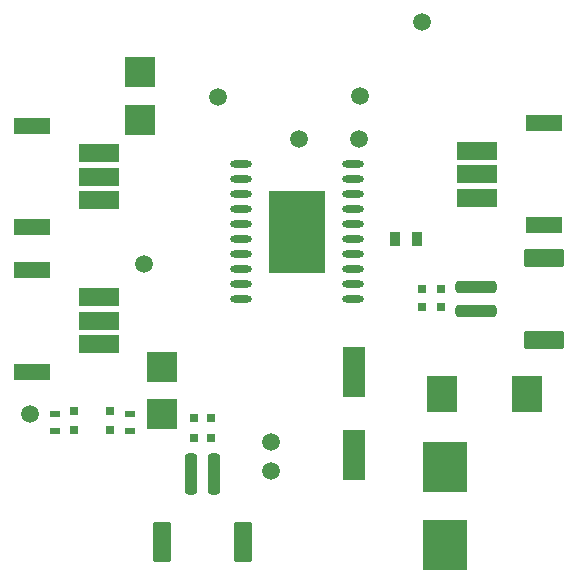
<source format=gtp>
G04*
G04 #@! TF.GenerationSoftware,Altium Limited,Altium Designer,21.3.2 (30)*
G04*
G04 Layer_Color=8421504*
%FSTAX25Y25*%
%MOIN*%
G70*
G04*
G04 #@! TF.SameCoordinates,B4C271EC-4B27-40F8-A0F4-B21306F732D5*
G04*
G04*
G04 #@! TF.FilePolarity,Positive*
G04*
G01*
G75*
%ADD18R,0.15000X0.16693*%
%ADD19R,0.09843X0.12402*%
%ADD20C,0.05906*%
%ADD21R,0.03543X0.02165*%
%ADD22R,0.03150X0.03150*%
%ADD23R,0.03150X0.03150*%
G04:AMPARAMS|DCode=24|XSize=59.06mil|YSize=133.86mil|CornerRadius=7.38mil|HoleSize=0mil|Usage=FLASHONLY|Rotation=180.000|XOffset=0mil|YOffset=0mil|HoleType=Round|Shape=RoundedRectangle|*
%AMROUNDEDRECTD24*
21,1,0.05906,0.11909,0,0,180.0*
21,1,0.04429,0.13386,0,0,180.0*
1,1,0.01476,-0.02215,0.05955*
1,1,0.01476,0.02215,0.05955*
1,1,0.01476,0.02215,-0.05955*
1,1,0.01476,-0.02215,-0.05955*
%
%ADD24ROUNDEDRECTD24*%
G04:AMPARAMS|DCode=25|XSize=39.37mil|YSize=137.8mil|CornerRadius=9.84mil|HoleSize=0mil|Usage=FLASHONLY|Rotation=180.000|XOffset=0mil|YOffset=0mil|HoleType=Round|Shape=RoundedRectangle|*
%AMROUNDEDRECTD25*
21,1,0.03937,0.11811,0,0,180.0*
21,1,0.01968,0.13780,0,0,180.0*
1,1,0.01968,-0.00984,0.05906*
1,1,0.01968,0.00984,0.05906*
1,1,0.01968,0.00984,-0.05906*
1,1,0.01968,-0.00984,-0.05906*
%
%ADD25ROUNDEDRECTD25*%
%ADD26R,0.07480X0.16535*%
G04:AMPARAMS|DCode=27|XSize=59.06mil|YSize=133.86mil|CornerRadius=7.38mil|HoleSize=0mil|Usage=FLASHONLY|Rotation=270.000|XOffset=0mil|YOffset=0mil|HoleType=Round|Shape=RoundedRectangle|*
%AMROUNDEDRECTD27*
21,1,0.05906,0.11909,0,0,270.0*
21,1,0.04429,0.13386,0,0,270.0*
1,1,0.01476,-0.05955,-0.02215*
1,1,0.01476,-0.05955,0.02215*
1,1,0.01476,0.05955,0.02215*
1,1,0.01476,0.05955,-0.02215*
%
%ADD27ROUNDEDRECTD27*%
G04:AMPARAMS|DCode=28|XSize=39.37mil|YSize=137.8mil|CornerRadius=9.84mil|HoleSize=0mil|Usage=FLASHONLY|Rotation=270.000|XOffset=0mil|YOffset=0mil|HoleType=Round|Shape=RoundedRectangle|*
%AMROUNDEDRECTD28*
21,1,0.03937,0.11811,0,0,270.0*
21,1,0.01968,0.13780,0,0,270.0*
1,1,0.01968,-0.05906,-0.00984*
1,1,0.01968,-0.05906,0.00984*
1,1,0.01968,0.05906,0.00984*
1,1,0.01968,0.05906,-0.00984*
%
%ADD28ROUNDEDRECTD28*%
%ADD29R,0.03543X0.05118*%
%ADD30R,0.12205X0.05512*%
%ADD31R,0.13386X0.05906*%
%ADD32O,0.07284X0.02362*%
%ADD33R,0.18898X0.27559*%
%ADD34R,0.09843X0.09843*%
D18*
X06584Y03163D02*
D03*
Y0342174D02*
D03*
D19*
X0685947Y03667D02*
D03*
X06576D02*
D03*
D20*
X06006Y03508D02*
D03*
Y0341D02*
D03*
X05203Y03599D02*
D03*
X05582Y041D02*
D03*
X05828Y04658D02*
D03*
X06509Y04905D02*
D03*
X06302Y04659D02*
D03*
X06299Y04517D02*
D03*
X06097D02*
D03*
D21*
X05284Y0354308D02*
D03*
Y0360016D02*
D03*
X05534Y0354308D02*
D03*
Y0360016D02*
D03*
D22*
X0534942Y0354591D02*
D03*
Y0360891D02*
D03*
X0546842Y0354591D02*
D03*
Y0360891D02*
D03*
X06572Y0395605D02*
D03*
Y040151D02*
D03*
X06507Y0395605D02*
D03*
Y040151D02*
D03*
D23*
X0580595Y0352D02*
D03*
X057469D02*
D03*
X0580595Y03585D02*
D03*
X057469D02*
D03*
D24*
X0564056Y0317336D02*
D03*
X0591221D02*
D03*
D25*
X0581576Y0339974D02*
D03*
X0573702D02*
D03*
D26*
X0628Y0374D02*
D03*
Y0346441D02*
D03*
D27*
X0691564Y0411921D02*
D03*
Y0384756D02*
D03*
D28*
X0668926Y0394402D02*
D03*
Y0402276D02*
D03*
D29*
X06417Y04183D02*
D03*
X064918D02*
D03*
D30*
X0691546Y0456829D02*
D03*
Y0422971D02*
D03*
X0520856Y0408003D02*
D03*
Y0374145D02*
D03*
Y0456055D02*
D03*
Y0422197D02*
D03*
D31*
X0669302Y0432026D02*
D03*
Y04399D02*
D03*
Y0447774D02*
D03*
X05431Y03832D02*
D03*
Y0391074D02*
D03*
Y0398948D02*
D03*
Y0431252D02*
D03*
Y0439126D02*
D03*
Y0447D02*
D03*
D32*
X0590495Y04432D02*
D03*
Y04382D02*
D03*
Y04332D02*
D03*
Y04282D02*
D03*
Y04232D02*
D03*
Y04182D02*
D03*
Y04132D02*
D03*
Y04082D02*
D03*
Y04032D02*
D03*
Y03982D02*
D03*
X06277Y04432D02*
D03*
Y04382D02*
D03*
Y04332D02*
D03*
Y04282D02*
D03*
Y04232D02*
D03*
Y04182D02*
D03*
Y04132D02*
D03*
Y04082D02*
D03*
Y04032D02*
D03*
Y03982D02*
D03*
D33*
X0609098Y04207D02*
D03*
D34*
X05569Y0473837D02*
D03*
Y0458089D02*
D03*
X0564Y03599D02*
D03*
Y0375648D02*
D03*
M02*

</source>
